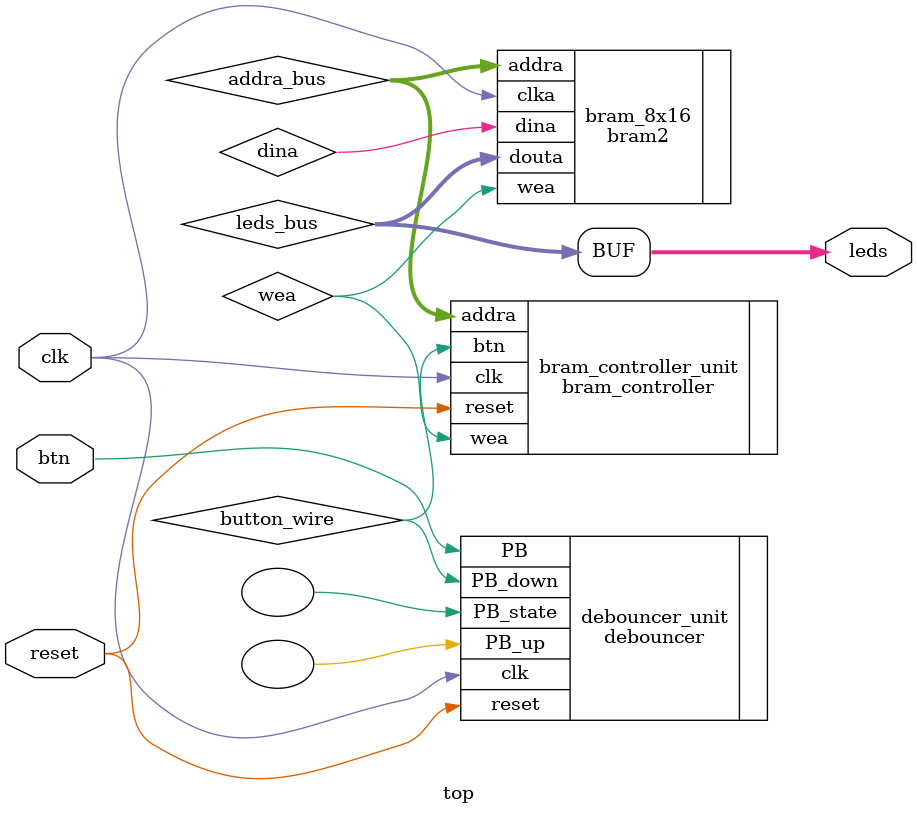
<source format=v>
`timescale 1ns / 1ps

module top(clk, reset, btn, leds);

  input wire clk;
  input reset;
  input  wire btn;
  output [7 : 0] leds;

  wire [3:0] addra_bus;
  wire [7:0] leds_bus;
  wire button_wire;

  bram_controller bram_controller_unit (
    .clk(clk), 
    .reset(reset), 
    .btn(button_wire), 
    .wea(wea), 
    .addra(addra_bus)
  );

  debouncer debouncer_unit (
    .clk(clk),     
	 .reset(reset), 
    .PB(btn), 
    .PB_state(), 
    .PB_down(button_wire), 
    .PB_up()
  );

  bram2 bram_8x16 (
    .clka(clk), // input clka
    .wea(wea), // input [0 : 0] wea
    .addra(addra_bus), // input [3 : 0] addra
    .dina(dina), // input [7 : 0] dina
    .douta(leds_bus) // output [7 : 0] douta
  );

  assign leds = leds_bus;

endmodule

</source>
